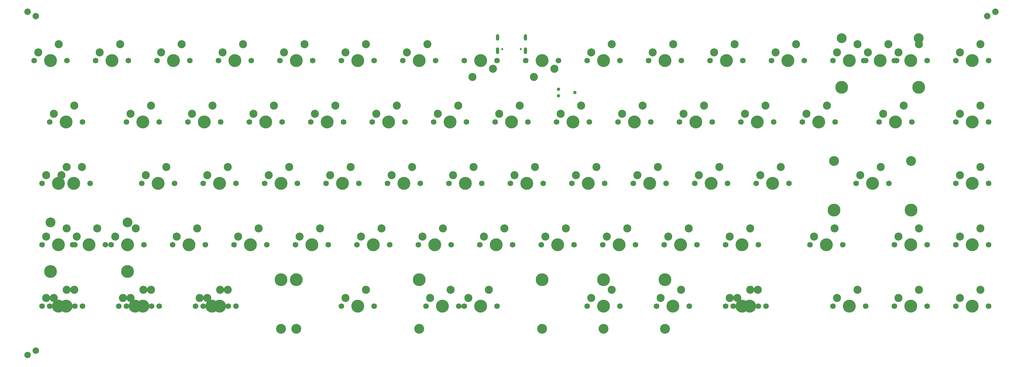
<source format=gts>
G04 #@! TF.GenerationSoftware,KiCad,Pcbnew,(7.0.0)*
G04 #@! TF.CreationDate,2023-05-15T23:08:46-07:00*
G04 #@! TF.ProjectId,pcb-solder-rails,7063622d-736f-46c6-9465-722d7261696c,1.0*
G04 #@! TF.SameCoordinates,Original*
G04 #@! TF.FileFunction,Soldermask,Top*
G04 #@! TF.FilePolarity,Negative*
%FSLAX46Y46*%
G04 Gerber Fmt 4.6, Leading zero omitted, Abs format (unit mm)*
G04 Created by KiCad (PCBNEW (7.0.0)) date 2023-05-15 23:08:46*
%MOMM*%
%LPD*%
G01*
G04 APERTURE LIST*
%ADD10C,1.750000*%
%ADD11C,4.000000*%
%ADD12C,2.500000*%
%ADD13C,3.048000*%
%ADD14C,3.987800*%
%ADD15C,2.000000*%
%ADD16C,1.067000*%
%ADD17C,0.650000*%
%ADD18O,1.000000X2.000000*%
%ADD19O,1.050000X2.100000*%
G04 APERTURE END LIST*
D10*
G04 #@! TO.C,MX68*
X6950750Y55750000D03*
D11*
X12030750Y55750000D03*
D10*
X17110750Y55750000D03*
D12*
X8220750Y58290000D03*
X14570750Y60830000D03*
G04 #@! TD*
D10*
G04 #@! TO.C,MX18*
X52194500Y74800000D03*
D11*
X57274500Y74800000D03*
D10*
X62354500Y74800000D03*
D12*
X53464500Y77340000D03*
X59814500Y79880000D03*
G04 #@! TD*
D10*
G04 #@! TO.C,MX6*
X99819500Y93850000D03*
D11*
X104899500Y93850000D03*
D10*
X109979500Y93850000D03*
D12*
X101089500Y96390000D03*
X107439500Y98930000D03*
G04 #@! TD*
D10*
G04 #@! TO.C,MX67*
X290319500Y17650000D03*
D11*
X295399500Y17650000D03*
D10*
X300479500Y17650000D03*
D12*
X291589500Y20190000D03*
X297939500Y22730000D03*
G04 #@! TD*
D10*
G04 #@! TO.C,MX78*
X99819500Y17650000D03*
D11*
X104899500Y17650000D03*
D10*
X109979500Y17650000D03*
D12*
X101089500Y20190000D03*
X107439500Y22730000D03*
G04 #@! TD*
D10*
G04 #@! TO.C,MX73*
X6950750Y36700000D03*
D11*
X12030750Y36700000D03*
D10*
X17110750Y36700000D03*
D12*
X8220750Y39240000D03*
X14570750Y41780000D03*
G04 #@! TD*
D10*
G04 #@! TO.C,MX59*
X6950750Y17650000D03*
D11*
X12030750Y17650000D03*
D10*
X17110750Y17650000D03*
D12*
X8220750Y20190000D03*
X14570750Y22730000D03*
G04 #@! TD*
D10*
G04 #@! TO.C,MX36*
X114107000Y55750000D03*
D11*
X119187000Y55750000D03*
D10*
X124267000Y55750000D03*
D12*
X115377000Y58290000D03*
X121727000Y60830000D03*
G04 #@! TD*
D10*
G04 #@! TO.C,MX71*
X56957000Y17650000D03*
D11*
X62037000Y17650000D03*
D10*
X67117000Y17650000D03*
D12*
X58227000Y20190000D03*
X64577000Y22730000D03*
G04 #@! TD*
D10*
G04 #@! TO.C,MX2*
X23619500Y93850000D03*
D11*
X28699500Y93850000D03*
D10*
X33779500Y93850000D03*
D12*
X24889500Y96390000D03*
X31239500Y98930000D03*
G04 #@! TD*
D10*
G04 #@! TO.C,MX69*
X9332000Y17650000D03*
D11*
X14412000Y17650000D03*
D10*
X19492000Y17650000D03*
D12*
X10602000Y20190000D03*
X16952000Y22730000D03*
G04 #@! TD*
D10*
G04 #@! TO.C,MX60*
X30763250Y17650000D03*
D11*
X35843250Y17650000D03*
D10*
X40923250Y17650000D03*
D12*
X32033250Y20190000D03*
X38383250Y22730000D03*
G04 #@! TD*
D10*
G04 #@! TO.C,MX58*
X290319500Y36700000D03*
D11*
X295399500Y36700000D03*
D10*
X300479500Y36700000D03*
D12*
X291589500Y39240000D03*
X297939500Y41780000D03*
G04 #@! TD*
D13*
G04 #@! TO.C,REF\u002A\u002A*
X200149500Y10665000D03*
D14*
X200149500Y25905000D03*
D13*
X85849500Y10665000D03*
D14*
X85849500Y25905000D03*
G04 #@! TD*
D10*
G04 #@! TO.C,MX20*
X90294500Y74800000D03*
D11*
X95374500Y74800000D03*
D10*
X100454500Y74800000D03*
D12*
X91564500Y77340000D03*
X97914500Y79880000D03*
G04 #@! TD*
D10*
G04 #@! TO.C,MX40*
X190307000Y55750000D03*
D11*
X195387000Y55750000D03*
D10*
X200467000Y55750000D03*
D12*
X191577000Y58290000D03*
X197927000Y60830000D03*
G04 #@! TD*
D10*
G04 #@! TO.C,MX28*
X242694500Y74800000D03*
D11*
X247774500Y74800000D03*
D10*
X252854500Y74800000D03*
D12*
X243964500Y77340000D03*
X250314500Y79880000D03*
G04 #@! TD*
D10*
G04 #@! TO.C,MX52*
X161732000Y36700000D03*
D11*
X166812000Y36700000D03*
D10*
X171892000Y36700000D03*
D12*
X163002000Y39240000D03*
X169352000Y41780000D03*
G04 #@! TD*
D10*
G04 #@! TO.C,MX8*
X148079500Y93850000D03*
D11*
X142999500Y93850000D03*
D10*
X137919500Y93850000D03*
D12*
X146809500Y91310000D03*
X140459500Y88770000D03*
G04 #@! TD*
D10*
G04 #@! TO.C,MX12*
X214119500Y93850000D03*
D11*
X219199500Y93850000D03*
D10*
X224279500Y93850000D03*
D12*
X215389500Y96390000D03*
X221739500Y98930000D03*
G04 #@! TD*
D13*
G04 #@! TO.C,REF\u002A\u002A*
X200149500Y10665000D03*
D14*
X200149500Y25905000D03*
D13*
X162049500Y10665000D03*
D14*
X162049500Y25905000D03*
G04 #@! TD*
D10*
G04 #@! TO.C,MX46*
X47432000Y36700000D03*
D11*
X52512000Y36700000D03*
D10*
X57592000Y36700000D03*
D12*
X48702000Y39240000D03*
X55052000Y41780000D03*
G04 #@! TD*
D10*
G04 #@! TO.C,MX38*
X152207000Y55750000D03*
D11*
X157287000Y55750000D03*
D10*
X162367000Y55750000D03*
D12*
X153477000Y58290000D03*
X159827000Y60830000D03*
G04 #@! TD*
D10*
G04 #@! TO.C,MX72*
X137919500Y17650000D03*
D11*
X142999500Y17650000D03*
D10*
X148079500Y17650000D03*
D12*
X139189500Y20190000D03*
X145539500Y22730000D03*
G04 #@! TD*
D10*
G04 #@! TO.C,MX29*
X266507000Y74800000D03*
D11*
X271587000Y74800000D03*
D10*
X276667000Y74800000D03*
D12*
X267777000Y77340000D03*
X274127000Y79880000D03*
G04 #@! TD*
D15*
G04 #@! TO.C,REF\u002A\u002A*
X5000000Y3850000D03*
G04 #@! TD*
D10*
G04 #@! TO.C,MX33*
X56957000Y55750000D03*
D11*
X62037000Y55750000D03*
D10*
X67117000Y55750000D03*
D12*
X58227000Y58290000D03*
X64577000Y60830000D03*
G04 #@! TD*
D10*
G04 #@! TO.C,MX43*
X259363250Y55750000D03*
D11*
X264443250Y55750000D03*
D10*
X269523250Y55750000D03*
D12*
X260633250Y58290000D03*
X266983250Y60830000D03*
G04 #@! TD*
D10*
G04 #@! TO.C,MX34*
X76007000Y55750000D03*
D11*
X81087000Y55750000D03*
D10*
X86167000Y55750000D03*
D12*
X77277000Y58290000D03*
X83627000Y60830000D03*
G04 #@! TD*
D10*
G04 #@! TO.C,MX9*
X167129500Y93850000D03*
D11*
X162049500Y93850000D03*
D10*
X156969500Y93850000D03*
D12*
X165859500Y91310000D03*
X159509500Y88770000D03*
G04 #@! TD*
D10*
G04 #@! TO.C,MX64*
X221263250Y17650000D03*
D11*
X226343250Y17650000D03*
D10*
X231423250Y17650000D03*
D12*
X222533250Y20190000D03*
X228883250Y22730000D03*
G04 #@! TD*
D10*
G04 #@! TO.C,MX62*
X126013250Y17650000D03*
D11*
X131093250Y17650000D03*
D10*
X136173250Y17650000D03*
D12*
X127283250Y20190000D03*
X133633250Y22730000D03*
G04 #@! TD*
D10*
G04 #@! TO.C,MX1*
X4569500Y93850000D03*
D11*
X9649500Y93850000D03*
D10*
X14729500Y93850000D03*
D12*
X5839500Y96390000D03*
X12189500Y98930000D03*
G04 #@! TD*
D10*
G04 #@! TO.C,MX79*
X176019500Y17650000D03*
D11*
X181099500Y17650000D03*
D10*
X186179500Y17650000D03*
D12*
X177289500Y20190000D03*
X183639500Y22730000D03*
G04 #@! TD*
D15*
G04 #@! TO.C,REF\u002A\u002A*
X2500000Y109000000D03*
G04 #@! TD*
D10*
G04 #@! TO.C,MX54*
X199832000Y36700000D03*
D11*
X204912000Y36700000D03*
D10*
X209992000Y36700000D03*
D12*
X201102000Y39240000D03*
X207452000Y41780000D03*
G04 #@! TD*
D10*
G04 #@! TO.C,MX70*
X33144500Y17650000D03*
D11*
X38224500Y17650000D03*
D10*
X43304500Y17650000D03*
D12*
X34414500Y20190000D03*
X40764500Y22730000D03*
G04 #@! TD*
D10*
G04 #@! TO.C,MX48*
X85532000Y36700000D03*
D11*
X90612000Y36700000D03*
D10*
X95692000Y36700000D03*
D12*
X86802000Y39240000D03*
X93152000Y41780000D03*
G04 #@! TD*
D10*
G04 #@! TO.C,MX35*
X95057000Y55750000D03*
D11*
X100137000Y55750000D03*
D10*
X105217000Y55750000D03*
D12*
X96327000Y58290000D03*
X102677000Y60830000D03*
G04 #@! TD*
D10*
G04 #@! TO.C,MX57*
X271269500Y36700000D03*
D11*
X276349500Y36700000D03*
D10*
X281429500Y36700000D03*
D12*
X272539500Y39240000D03*
X278889500Y41780000D03*
G04 #@! TD*
D10*
G04 #@! TO.C,MX39*
X171257000Y55750000D03*
D11*
X176337000Y55750000D03*
D10*
X181417000Y55750000D03*
D12*
X172527000Y58290000D03*
X178877000Y60830000D03*
G04 #@! TD*
D10*
G04 #@! TO.C,MX21*
X109344500Y74800000D03*
D11*
X114424500Y74800000D03*
D10*
X119504500Y74800000D03*
D12*
X110614500Y77340000D03*
X116964500Y79880000D03*
G04 #@! TD*
D10*
G04 #@! TO.C,MX23*
X147444500Y74800000D03*
D11*
X152524500Y74800000D03*
D10*
X157604500Y74800000D03*
D12*
X148714500Y77340000D03*
X155064500Y79880000D03*
G04 #@! TD*
D10*
G04 #@! TO.C,MX19*
X71244500Y74800000D03*
D11*
X76324500Y74800000D03*
D10*
X81404500Y74800000D03*
D12*
X72514500Y77340000D03*
X78864500Y79880000D03*
G04 #@! TD*
D13*
G04 #@! TO.C,REF\u002A\u002A*
X123949500Y10665000D03*
D14*
X123949500Y25905000D03*
D13*
X85849500Y10665000D03*
D14*
X85849500Y25905000D03*
G04 #@! TD*
D10*
G04 #@! TO.C,MX82*
X252219500Y93850000D03*
D11*
X257299500Y93850000D03*
D10*
X262379500Y93850000D03*
D12*
X253489500Y96390000D03*
X259839500Y98930000D03*
G04 #@! TD*
D10*
G04 #@! TO.C,MX56*
X245075750Y36700000D03*
D11*
X250155750Y36700000D03*
D10*
X255235750Y36700000D03*
D12*
X246345750Y39240000D03*
X252695750Y41780000D03*
G04 #@! TD*
D15*
G04 #@! TO.C,REF\u002A\u002A*
X2500000Y2500000D03*
G04 #@! TD*
D10*
G04 #@! TO.C,MX44*
X290319500Y55750000D03*
D11*
X295399500Y55750000D03*
D10*
X300479500Y55750000D03*
D12*
X291589500Y58290000D03*
X297939500Y60830000D03*
G04 #@! TD*
D10*
G04 #@! TO.C,MX74*
X218882000Y17650000D03*
D11*
X223962000Y17650000D03*
D10*
X229042000Y17650000D03*
D12*
X220152000Y20190000D03*
X226502000Y22730000D03*
G04 #@! TD*
D13*
G04 #@! TO.C,REF\u002A\u002A*
X254886500Y100835000D03*
D14*
X254886500Y85595000D03*
D13*
X278762500Y100835000D03*
D14*
X278762500Y85595000D03*
G04 #@! TD*
D10*
G04 #@! TO.C,MX7*
X118869500Y93850000D03*
D11*
X123949500Y93850000D03*
D10*
X129029500Y93850000D03*
D12*
X120139500Y96390000D03*
X126489500Y98930000D03*
G04 #@! TD*
D10*
G04 #@! TO.C,MX17*
X33144500Y74800000D03*
D11*
X38224500Y74800000D03*
D10*
X43304500Y74800000D03*
D12*
X34414500Y77340000D03*
X40764500Y79880000D03*
G04 #@! TD*
D10*
G04 #@! TO.C,MX63*
X197450750Y17650000D03*
D11*
X202530750Y17650000D03*
D10*
X207610750Y17650000D03*
D12*
X198720750Y20190000D03*
X205070750Y22730000D03*
G04 #@! TD*
D10*
G04 #@! TO.C,MX45*
X16475750Y36700000D03*
D11*
X21555750Y36700000D03*
D10*
X26635750Y36700000D03*
D12*
X17745750Y39240000D03*
X24095750Y41780000D03*
G04 #@! TD*
D10*
G04 #@! TO.C,MX16*
X9332000Y74800000D03*
D11*
X14412000Y74800000D03*
D10*
X19492000Y74800000D03*
D12*
X10602000Y77340000D03*
X16952000Y79880000D03*
G04 #@! TD*
D15*
G04 #@! TO.C,REF\u002A\u002A*
X302549000Y109000000D03*
G04 #@! TD*
D10*
G04 #@! TO.C,MX81*
X271269500Y93850000D03*
D11*
X276349500Y93850000D03*
D10*
X281429500Y93850000D03*
D12*
X272539500Y96390000D03*
X278889500Y98930000D03*
G04 #@! TD*
D10*
G04 #@! TO.C,MX55*
X218882000Y36700000D03*
D11*
X223962000Y36700000D03*
D10*
X229042000Y36700000D03*
D12*
X220152000Y39240000D03*
X226502000Y41780000D03*
G04 #@! TD*
D13*
G04 #@! TO.C,REF\u002A\u002A*
X181093250Y10665000D03*
D14*
X181093250Y25905000D03*
D13*
X81093250Y10665000D03*
D14*
X81093250Y25905000D03*
G04 #@! TD*
D13*
G04 #@! TO.C,REF\u002A\u002A*
X252505250Y62735000D03*
D14*
X252505250Y47495000D03*
D13*
X276381250Y62735000D03*
D14*
X276381250Y47495000D03*
G04 #@! TD*
D10*
G04 #@! TO.C,MX42*
X228407000Y55750000D03*
D11*
X233487000Y55750000D03*
D10*
X238567000Y55750000D03*
D12*
X229677000Y58290000D03*
X236027000Y60830000D03*
G04 #@! TD*
D10*
G04 #@! TO.C,MX26*
X204594500Y74800000D03*
D11*
X209674500Y74800000D03*
D10*
X214754500Y74800000D03*
D12*
X205864500Y77340000D03*
X212214500Y79880000D03*
G04 #@! TD*
D10*
G04 #@! TO.C,MX5*
X80769500Y93850000D03*
D11*
X85849500Y93850000D03*
D10*
X90929500Y93850000D03*
D12*
X82039500Y96390000D03*
X88389500Y98930000D03*
G04 #@! TD*
D10*
G04 #@! TO.C,MX49*
X104582000Y36700000D03*
D11*
X109662000Y36700000D03*
D10*
X114742000Y36700000D03*
D12*
X105852000Y39240000D03*
X112202000Y41780000D03*
G04 #@! TD*
D10*
G04 #@! TO.C,MX53*
X180782000Y36700000D03*
D11*
X185862000Y36700000D03*
D10*
X190942000Y36700000D03*
D12*
X182052000Y39240000D03*
X188402000Y41780000D03*
G04 #@! TD*
D10*
G04 #@! TO.C,MX50*
X123632000Y36700000D03*
D11*
X128712000Y36700000D03*
D10*
X133792000Y36700000D03*
D12*
X124902000Y39240000D03*
X131252000Y41780000D03*
G04 #@! TD*
D10*
G04 #@! TO.C,MX41*
X209357000Y55750000D03*
D11*
X214437000Y55750000D03*
D10*
X219517000Y55750000D03*
D12*
X210627000Y58290000D03*
X216977000Y60830000D03*
G04 #@! TD*
D10*
G04 #@! TO.C,MX11*
X195069500Y93850000D03*
D11*
X200149500Y93850000D03*
D10*
X205229500Y93850000D03*
D12*
X196339500Y96390000D03*
X202689500Y98930000D03*
G04 #@! TD*
D10*
G04 #@! TO.C,MX65*
X252219500Y17650000D03*
D11*
X257299500Y17650000D03*
D10*
X262379500Y17650000D03*
D12*
X253489500Y20190000D03*
X259839500Y22730000D03*
G04 #@! TD*
D10*
G04 #@! TO.C,MX24*
X166494500Y74800000D03*
D11*
X171574500Y74800000D03*
D10*
X176654500Y74800000D03*
D12*
X167764500Y77340000D03*
X174114500Y79880000D03*
G04 #@! TD*
D10*
G04 #@! TO.C,MX14*
X261744500Y93850000D03*
D11*
X266824500Y93850000D03*
D10*
X271904500Y93850000D03*
D12*
X263014500Y96390000D03*
X269364500Y98930000D03*
G04 #@! TD*
D10*
G04 #@! TO.C,MX4*
X61719500Y93850000D03*
D11*
X66799500Y93850000D03*
D10*
X71879500Y93850000D03*
D12*
X62989500Y96390000D03*
X69339500Y98930000D03*
G04 #@! TD*
D10*
G04 #@! TO.C,MX13*
X233169500Y93850000D03*
D11*
X238249500Y93850000D03*
D10*
X243329500Y93850000D03*
D12*
X234439500Y96390000D03*
X240789500Y98930000D03*
G04 #@! TD*
D10*
G04 #@! TO.C,MX3*
X42669500Y93850000D03*
D11*
X47749500Y93850000D03*
D10*
X52829500Y93850000D03*
D12*
X43939500Y96390000D03*
X50289500Y98930000D03*
G04 #@! TD*
D10*
G04 #@! TO.C,MX80*
X28382000Y36700000D03*
D11*
X33462000Y36700000D03*
D10*
X38542000Y36700000D03*
D12*
X29652000Y39240000D03*
X36002000Y41780000D03*
G04 #@! TD*
D10*
G04 #@! TO.C,MX66*
X271269500Y17650000D03*
D11*
X276349500Y17650000D03*
D10*
X281429500Y17650000D03*
D12*
X272539500Y20190000D03*
X278889500Y22730000D03*
G04 #@! TD*
D10*
G04 #@! TO.C,MX15*
X290319500Y93850000D03*
D11*
X295399500Y93850000D03*
D10*
X300479500Y93850000D03*
D12*
X291589500Y96390000D03*
X297939500Y98930000D03*
G04 #@! TD*
D10*
G04 #@! TO.C,MX31*
X11713250Y55750000D03*
D11*
X16793250Y55750000D03*
D10*
X21873250Y55750000D03*
D12*
X12983250Y58290000D03*
X19333250Y60830000D03*
G04 #@! TD*
D10*
G04 #@! TO.C,MX27*
X223644500Y74800000D03*
D11*
X228724500Y74800000D03*
D10*
X233804500Y74800000D03*
D12*
X224914500Y77340000D03*
X231264500Y79880000D03*
G04 #@! TD*
D10*
G04 #@! TO.C,MX61*
X54575750Y17650000D03*
D11*
X59655750Y17650000D03*
D10*
X64735750Y17650000D03*
D12*
X55845750Y20190000D03*
X62195750Y22730000D03*
G04 #@! TD*
D10*
G04 #@! TO.C,MX47*
X66482000Y36700000D03*
D11*
X71562000Y36700000D03*
D10*
X76642000Y36700000D03*
D12*
X67752000Y39240000D03*
X74102000Y41780000D03*
G04 #@! TD*
D10*
G04 #@! TO.C,MX32*
X37907000Y55750000D03*
D11*
X42987000Y55750000D03*
D10*
X48067000Y55750000D03*
D12*
X39177000Y58290000D03*
X45527000Y60830000D03*
G04 #@! TD*
D10*
G04 #@! TO.C,MX10*
X176019500Y93850000D03*
D11*
X181099500Y93850000D03*
D10*
X186179500Y93850000D03*
D12*
X177289500Y96390000D03*
X183639500Y98930000D03*
G04 #@! TD*
D13*
G04 #@! TO.C,REF\u002A\u002A*
X9617750Y43685000D03*
D14*
X9617750Y28445000D03*
D13*
X33493750Y43685000D03*
D14*
X33493750Y28445000D03*
G04 #@! TD*
D10*
G04 #@! TO.C,MX51*
X142682000Y36700000D03*
D11*
X147762000Y36700000D03*
D10*
X152842000Y36700000D03*
D12*
X143952000Y39240000D03*
X150302000Y41780000D03*
G04 #@! TD*
D10*
G04 #@! TO.C,MX30*
X290319500Y74800000D03*
D11*
X295399500Y74800000D03*
D10*
X300479500Y74800000D03*
D12*
X291589500Y77340000D03*
X297939500Y79880000D03*
G04 #@! TD*
D15*
G04 #@! TO.C,REF\u002A\u002A*
X300049000Y107650000D03*
G04 #@! TD*
D10*
G04 #@! TO.C,MX22*
X128394500Y74800000D03*
D11*
X133474500Y74800000D03*
D10*
X138554500Y74800000D03*
D12*
X129664500Y77340000D03*
X136014500Y79880000D03*
G04 #@! TD*
D15*
G04 #@! TO.C,REF\u002A\u002A*
X5000000Y107650000D03*
G04 #@! TD*
D10*
G04 #@! TO.C,MX37*
X133157000Y55750000D03*
D11*
X138237000Y55750000D03*
D10*
X143317000Y55750000D03*
D12*
X134427000Y58290000D03*
X140777000Y60830000D03*
G04 #@! TD*
D10*
G04 #@! TO.C,MX25*
X185544500Y74800000D03*
D11*
X190624500Y74800000D03*
D10*
X195704500Y74800000D03*
D12*
X186814500Y77340000D03*
X193164500Y79880000D03*
G04 #@! TD*
D16*
G04 #@! TO.C,J1*
X172207000Y83970000D03*
X167127000Y82954000D03*
X167127000Y84986000D03*
G04 #@! TD*
D17*
G04 #@! TO.C,J2*
X149647000Y97420000D03*
X155427000Y97420000D03*
D18*
X148216999Y101099999D03*
X156856999Y101099999D03*
D19*
X148216999Y96919999D03*
X156856999Y96919999D03*
G04 #@! TD*
M02*

</source>
